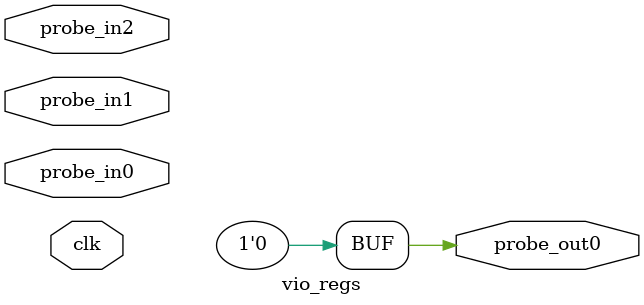
<source format=v>
`timescale 1ns / 1ps
module vio_regs (
clk,
probe_in0,probe_in1,probe_in2,
probe_out0
);

input clk;
input [0 : 0] probe_in0;
input [56 : 0] probe_in1;
input [31 : 0] probe_in2;

output reg [0 : 0] probe_out0 = 'h0 ;


endmodule

</source>
